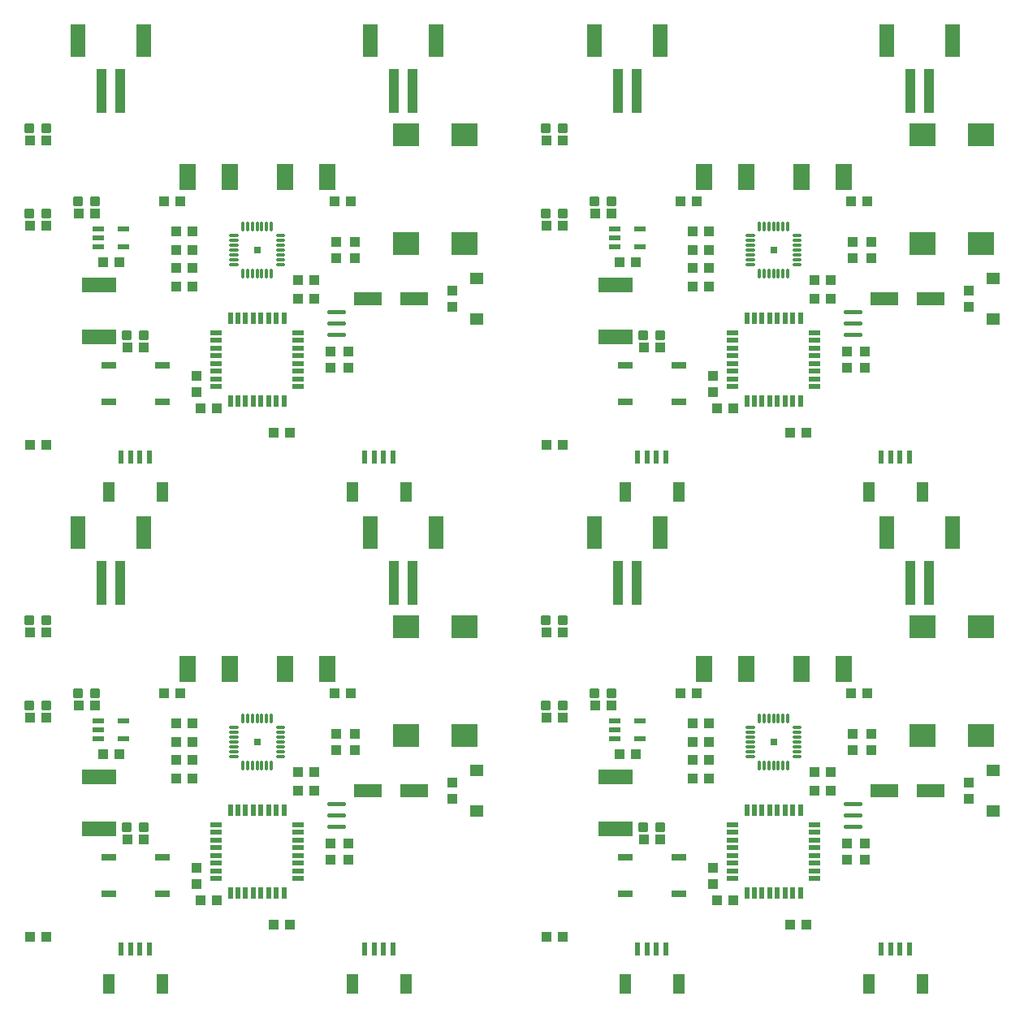
<source format=gtp>
G75*
%MOIN*%
%OFA0B0*%
%FSLAX25Y25*%
%IPPOS*%
%LPD*%
%AMOC8*
5,1,8,0,0,1.08239X$1,22.5*
%
%ADD10R,0.03937X0.04331*%
%ADD11R,0.07087X0.10630*%
%ADD12R,0.04331X0.03937*%
%ADD13R,0.05787X0.05000*%
%ADD14R,0.11024X0.09449*%
%ADD15R,0.11811X0.05512*%
%ADD16C,0.01181*%
%ADD17R,0.02700X0.02700*%
%ADD18R,0.04724X0.07874*%
%ADD19R,0.02362X0.05315*%
%ADD20C,0.01772*%
%ADD21R,0.05000X0.02200*%
%ADD22R,0.02200X0.05000*%
%ADD23R,0.06000X0.03000*%
%ADD24R,0.03937X0.18110*%
%ADD25R,0.06299X0.13386*%
%ADD26R,0.04724X0.02165*%
%ADD27R,0.14173X0.06299*%
D10*
X0113750Y0075154D03*
X0113750Y0081846D03*
X0168750Y0085154D03*
X0168750Y0091846D03*
X0176250Y0091846D03*
X0176250Y0085154D03*
X0218750Y0110154D03*
X0218750Y0116846D03*
X0178750Y0130154D03*
X0178750Y0136846D03*
X0171250Y0136846D03*
X0171250Y0130154D03*
X0325750Y0081846D03*
X0325750Y0075154D03*
X0380750Y0085154D03*
X0388250Y0085154D03*
X0388250Y0091846D03*
X0380750Y0091846D03*
X0383250Y0130154D03*
X0383250Y0136846D03*
X0390750Y0136846D03*
X0390750Y0130154D03*
X0430750Y0116846D03*
X0430750Y0110154D03*
X0325750Y0277154D03*
X0325750Y0283846D03*
X0380750Y0287154D03*
X0388250Y0287154D03*
X0388250Y0293846D03*
X0380750Y0293846D03*
X0383250Y0332154D03*
X0383250Y0338846D03*
X0390750Y0338846D03*
X0390750Y0332154D03*
X0430750Y0318846D03*
X0430750Y0312154D03*
X0218750Y0312154D03*
X0218750Y0318846D03*
X0178750Y0332154D03*
X0178750Y0338846D03*
X0171250Y0338846D03*
X0171250Y0332154D03*
X0168750Y0293846D03*
X0168750Y0287154D03*
X0176250Y0287154D03*
X0176250Y0293846D03*
X0113750Y0283846D03*
X0113750Y0277154D03*
D11*
X0110089Y0365500D03*
X0127411Y0365500D03*
X0150089Y0365500D03*
X0167411Y0365500D03*
X0322089Y0365500D03*
X0339411Y0365500D03*
X0362089Y0365500D03*
X0379411Y0365500D03*
X0379411Y0163500D03*
X0362089Y0163500D03*
X0339411Y0163500D03*
X0322089Y0163500D03*
X0167411Y0163500D03*
X0150089Y0163500D03*
X0127411Y0163500D03*
X0110089Y0163500D03*
D12*
X0045404Y0053500D03*
X0052096Y0053500D03*
X0085404Y0093500D03*
X0092096Y0093500D03*
X0105404Y0118500D03*
X0112096Y0118500D03*
X0112096Y0126000D03*
X0105404Y0126000D03*
X0105404Y0133500D03*
X0112096Y0133500D03*
X0112096Y0141000D03*
X0105404Y0141000D03*
X0107096Y0153500D03*
X0100404Y0153500D03*
X0072096Y0148500D03*
X0065404Y0148500D03*
X0052096Y0143500D03*
X0045404Y0143500D03*
X0075404Y0128500D03*
X0082096Y0128500D03*
X0052096Y0178500D03*
X0045404Y0178500D03*
X0045404Y0255500D03*
X0052096Y0255500D03*
X0085404Y0295500D03*
X0092096Y0295500D03*
X0105404Y0320500D03*
X0112096Y0320500D03*
X0112096Y0328000D03*
X0105404Y0328000D03*
X0105404Y0335500D03*
X0112096Y0335500D03*
X0112096Y0343000D03*
X0105404Y0343000D03*
X0107096Y0355500D03*
X0100404Y0355500D03*
X0072096Y0350500D03*
X0065404Y0350500D03*
X0052096Y0345500D03*
X0045404Y0345500D03*
X0075404Y0330500D03*
X0082096Y0330500D03*
X0052096Y0380500D03*
X0045404Y0380500D03*
X0155404Y0323000D03*
X0162096Y0323000D03*
X0162096Y0315500D03*
X0155404Y0315500D03*
X0170404Y0355500D03*
X0177096Y0355500D03*
X0257404Y0345500D03*
X0264096Y0345500D03*
X0277404Y0350500D03*
X0284096Y0350500D03*
X0287404Y0330500D03*
X0294096Y0330500D03*
X0317404Y0328000D03*
X0324096Y0328000D03*
X0324096Y0320500D03*
X0317404Y0320500D03*
X0317404Y0335500D03*
X0324096Y0335500D03*
X0324096Y0343000D03*
X0317404Y0343000D03*
X0319096Y0355500D03*
X0312404Y0355500D03*
X0264096Y0380500D03*
X0257404Y0380500D03*
X0297404Y0295500D03*
X0304096Y0295500D03*
X0327404Y0270500D03*
X0334096Y0270500D03*
X0357404Y0260500D03*
X0364096Y0260500D03*
X0367404Y0315500D03*
X0374096Y0315500D03*
X0374096Y0323000D03*
X0367404Y0323000D03*
X0382404Y0355500D03*
X0389096Y0355500D03*
X0264096Y0255500D03*
X0257404Y0255500D03*
X0257404Y0178500D03*
X0264096Y0178500D03*
X0277404Y0148500D03*
X0284096Y0148500D03*
X0264096Y0143500D03*
X0257404Y0143500D03*
X0287404Y0128500D03*
X0294096Y0128500D03*
X0317404Y0126000D03*
X0324096Y0126000D03*
X0324096Y0118500D03*
X0317404Y0118500D03*
X0317404Y0133500D03*
X0324096Y0133500D03*
X0324096Y0141000D03*
X0317404Y0141000D03*
X0319096Y0153500D03*
X0312404Y0153500D03*
X0367404Y0121000D03*
X0374096Y0121000D03*
X0374096Y0113500D03*
X0367404Y0113500D03*
X0382404Y0153500D03*
X0389096Y0153500D03*
X0304096Y0093500D03*
X0297404Y0093500D03*
X0327404Y0068500D03*
X0334096Y0068500D03*
X0357404Y0058500D03*
X0364096Y0058500D03*
X0264096Y0053500D03*
X0257404Y0053500D03*
X0162096Y0113500D03*
X0155404Y0113500D03*
X0155404Y0121000D03*
X0162096Y0121000D03*
X0170404Y0153500D03*
X0177096Y0153500D03*
X0122096Y0068500D03*
X0115404Y0068500D03*
X0145404Y0058500D03*
X0152096Y0058500D03*
X0152096Y0260500D03*
X0145404Y0260500D03*
X0122096Y0270500D03*
X0115404Y0270500D03*
D13*
X0228750Y0307035D03*
X0228750Y0323965D03*
X0440750Y0323965D03*
X0440750Y0307035D03*
X0440750Y0121965D03*
X0440750Y0105035D03*
X0228750Y0105035D03*
X0228750Y0121965D03*
D14*
X0223750Y0136059D03*
X0199734Y0136059D03*
X0199734Y0180941D03*
X0223750Y0180941D03*
X0223750Y0338059D03*
X0199734Y0338059D03*
X0199734Y0382941D03*
X0223750Y0382941D03*
X0411734Y0382941D03*
X0435750Y0382941D03*
X0435750Y0338059D03*
X0411734Y0338059D03*
X0411734Y0180941D03*
X0435750Y0180941D03*
X0435750Y0136059D03*
X0411734Y0136059D03*
D15*
X0415199Y0113500D03*
X0396301Y0113500D03*
X0203199Y0113500D03*
X0184301Y0113500D03*
X0184301Y0315500D03*
X0203199Y0315500D03*
X0396301Y0315500D03*
X0415199Y0315500D03*
D16*
X0359096Y0329594D02*
X0359096Y0329594D01*
X0361616Y0329594D01*
X0361616Y0329594D01*
X0359096Y0329594D01*
X0359096Y0331563D02*
X0359096Y0331563D01*
X0361616Y0331563D01*
X0361616Y0331563D01*
X0359096Y0331563D01*
X0359096Y0333531D02*
X0359096Y0333531D01*
X0361616Y0333531D01*
X0361616Y0333531D01*
X0359096Y0333531D01*
X0359096Y0335500D02*
X0359096Y0335500D01*
X0361616Y0335500D01*
X0361616Y0335500D01*
X0359096Y0335500D01*
X0359096Y0337469D02*
X0359096Y0337469D01*
X0361616Y0337469D01*
X0361616Y0337469D01*
X0359096Y0337469D01*
X0359096Y0339437D02*
X0359096Y0339437D01*
X0361616Y0339437D01*
X0361616Y0339437D01*
X0359096Y0339437D01*
X0359096Y0341406D02*
X0359096Y0341406D01*
X0361616Y0341406D01*
X0361616Y0341406D01*
X0359096Y0341406D01*
X0356656Y0343846D02*
X0356656Y0343846D01*
X0356656Y0346366D01*
X0356656Y0346366D01*
X0356656Y0343846D01*
X0356656Y0344968D02*
X0356656Y0344968D01*
X0356656Y0346090D02*
X0356656Y0346090D01*
X0354687Y0343846D02*
X0354687Y0343846D01*
X0354687Y0346366D01*
X0354687Y0346366D01*
X0354687Y0343846D01*
X0354687Y0344968D02*
X0354687Y0344968D01*
X0354687Y0346090D02*
X0354687Y0346090D01*
X0352719Y0343846D02*
X0352719Y0343846D01*
X0352719Y0346366D01*
X0352719Y0346366D01*
X0352719Y0343846D01*
X0352719Y0344968D02*
X0352719Y0344968D01*
X0352719Y0346090D02*
X0352719Y0346090D01*
X0350750Y0343846D02*
X0350750Y0343846D01*
X0350750Y0346366D01*
X0350750Y0346366D01*
X0350750Y0343846D01*
X0350750Y0344968D02*
X0350750Y0344968D01*
X0350750Y0346090D02*
X0350750Y0346090D01*
X0348781Y0343846D02*
X0348781Y0343846D01*
X0348781Y0346366D01*
X0348781Y0346366D01*
X0348781Y0343846D01*
X0348781Y0344968D02*
X0348781Y0344968D01*
X0348781Y0346090D02*
X0348781Y0346090D01*
X0346813Y0343846D02*
X0346813Y0343846D01*
X0346813Y0346366D01*
X0346813Y0346366D01*
X0346813Y0343846D01*
X0346813Y0344968D02*
X0346813Y0344968D01*
X0346813Y0346090D02*
X0346813Y0346090D01*
X0344844Y0343846D02*
X0344844Y0343846D01*
X0344844Y0346366D01*
X0344844Y0346366D01*
X0344844Y0343846D01*
X0344844Y0344968D02*
X0344844Y0344968D01*
X0344844Y0346090D02*
X0344844Y0346090D01*
X0342404Y0341406D02*
X0342404Y0341406D01*
X0339884Y0341406D01*
X0339884Y0341406D01*
X0342404Y0341406D01*
X0342404Y0339437D02*
X0342404Y0339437D01*
X0339884Y0339437D01*
X0339884Y0339437D01*
X0342404Y0339437D01*
X0342404Y0337469D02*
X0342404Y0337469D01*
X0339884Y0337469D01*
X0339884Y0337469D01*
X0342404Y0337469D01*
X0342404Y0335500D02*
X0342404Y0335500D01*
X0339884Y0335500D01*
X0339884Y0335500D01*
X0342404Y0335500D01*
X0342404Y0333531D02*
X0342404Y0333531D01*
X0339884Y0333531D01*
X0339884Y0333531D01*
X0342404Y0333531D01*
X0342404Y0331563D02*
X0342404Y0331563D01*
X0339884Y0331563D01*
X0339884Y0331563D01*
X0342404Y0331563D01*
X0342404Y0329594D02*
X0342404Y0329594D01*
X0339884Y0329594D01*
X0339884Y0329594D01*
X0342404Y0329594D01*
X0344844Y0327154D02*
X0344844Y0327154D01*
X0344844Y0324634D01*
X0344844Y0324634D01*
X0344844Y0327154D01*
X0344844Y0325756D02*
X0344844Y0325756D01*
X0344844Y0326878D02*
X0344844Y0326878D01*
X0346813Y0327154D02*
X0346813Y0327154D01*
X0346813Y0324634D01*
X0346813Y0324634D01*
X0346813Y0327154D01*
X0346813Y0325756D02*
X0346813Y0325756D01*
X0346813Y0326878D02*
X0346813Y0326878D01*
X0348781Y0327154D02*
X0348781Y0327154D01*
X0348781Y0324634D01*
X0348781Y0324634D01*
X0348781Y0327154D01*
X0348781Y0325756D02*
X0348781Y0325756D01*
X0348781Y0326878D02*
X0348781Y0326878D01*
X0350750Y0327154D02*
X0350750Y0327154D01*
X0350750Y0324634D01*
X0350750Y0324634D01*
X0350750Y0327154D01*
X0350750Y0325756D02*
X0350750Y0325756D01*
X0350750Y0326878D02*
X0350750Y0326878D01*
X0352719Y0327154D02*
X0352719Y0327154D01*
X0352719Y0324634D01*
X0352719Y0324634D01*
X0352719Y0327154D01*
X0352719Y0325756D02*
X0352719Y0325756D01*
X0352719Y0326878D02*
X0352719Y0326878D01*
X0354687Y0327154D02*
X0354687Y0327154D01*
X0354687Y0324634D01*
X0354687Y0324634D01*
X0354687Y0327154D01*
X0354687Y0325756D02*
X0354687Y0325756D01*
X0354687Y0326878D02*
X0354687Y0326878D01*
X0356656Y0327154D02*
X0356656Y0327154D01*
X0356656Y0324634D01*
X0356656Y0324634D01*
X0356656Y0327154D01*
X0356656Y0325756D02*
X0356656Y0325756D01*
X0356656Y0326878D02*
X0356656Y0326878D01*
X0302825Y0301878D02*
X0302825Y0299122D01*
X0302825Y0301878D02*
X0305581Y0301878D01*
X0305581Y0299122D01*
X0302825Y0299122D01*
X0302825Y0300244D02*
X0305581Y0300244D01*
X0305581Y0301366D02*
X0302825Y0301366D01*
X0295919Y0301878D02*
X0295919Y0299122D01*
X0295919Y0301878D02*
X0298675Y0301878D01*
X0298675Y0299122D01*
X0295919Y0299122D01*
X0295919Y0300244D02*
X0298675Y0300244D01*
X0298675Y0301366D02*
X0295919Y0301366D01*
X0262825Y0349122D02*
X0262825Y0351878D01*
X0265581Y0351878D01*
X0265581Y0349122D01*
X0262825Y0349122D01*
X0262825Y0350244D02*
X0265581Y0350244D01*
X0265581Y0351366D02*
X0262825Y0351366D01*
X0255919Y0351878D02*
X0255919Y0349122D01*
X0255919Y0351878D02*
X0258675Y0351878D01*
X0258675Y0349122D01*
X0255919Y0349122D01*
X0255919Y0350244D02*
X0258675Y0350244D01*
X0258675Y0351366D02*
X0255919Y0351366D01*
X0275919Y0354122D02*
X0275919Y0356878D01*
X0278675Y0356878D01*
X0278675Y0354122D01*
X0275919Y0354122D01*
X0275919Y0355244D02*
X0278675Y0355244D01*
X0278675Y0356366D02*
X0275919Y0356366D01*
X0282825Y0356878D02*
X0282825Y0354122D01*
X0282825Y0356878D02*
X0285581Y0356878D01*
X0285581Y0354122D01*
X0282825Y0354122D01*
X0282825Y0355244D02*
X0285581Y0355244D01*
X0285581Y0356366D02*
X0282825Y0356366D01*
X0265581Y0384122D02*
X0265581Y0386878D01*
X0265581Y0384122D02*
X0262825Y0384122D01*
X0262825Y0386878D01*
X0265581Y0386878D01*
X0265581Y0385244D02*
X0262825Y0385244D01*
X0262825Y0386366D02*
X0265581Y0386366D01*
X0258675Y0386878D02*
X0258675Y0384122D01*
X0255919Y0384122D01*
X0255919Y0386878D01*
X0258675Y0386878D01*
X0258675Y0385244D02*
X0255919Y0385244D01*
X0255919Y0386366D02*
X0258675Y0386366D01*
X0147096Y0341406D02*
X0147096Y0341406D01*
X0149616Y0341406D01*
X0149616Y0341406D01*
X0147096Y0341406D01*
X0147096Y0339437D02*
X0147096Y0339437D01*
X0149616Y0339437D01*
X0149616Y0339437D01*
X0147096Y0339437D01*
X0147096Y0337469D02*
X0147096Y0337469D01*
X0149616Y0337469D01*
X0149616Y0337469D01*
X0147096Y0337469D01*
X0147096Y0335500D02*
X0147096Y0335500D01*
X0149616Y0335500D01*
X0149616Y0335500D01*
X0147096Y0335500D01*
X0147096Y0333531D02*
X0147096Y0333531D01*
X0149616Y0333531D01*
X0149616Y0333531D01*
X0147096Y0333531D01*
X0147096Y0331563D02*
X0147096Y0331563D01*
X0149616Y0331563D01*
X0149616Y0331563D01*
X0147096Y0331563D01*
X0147096Y0329594D02*
X0147096Y0329594D01*
X0149616Y0329594D01*
X0149616Y0329594D01*
X0147096Y0329594D01*
X0144656Y0327154D02*
X0144656Y0327154D01*
X0144656Y0324634D01*
X0144656Y0324634D01*
X0144656Y0327154D01*
X0144656Y0325756D02*
X0144656Y0325756D01*
X0144656Y0326878D02*
X0144656Y0326878D01*
X0142687Y0327154D02*
X0142687Y0327154D01*
X0142687Y0324634D01*
X0142687Y0324634D01*
X0142687Y0327154D01*
X0142687Y0325756D02*
X0142687Y0325756D01*
X0142687Y0326878D02*
X0142687Y0326878D01*
X0140719Y0327154D02*
X0140719Y0327154D01*
X0140719Y0324634D01*
X0140719Y0324634D01*
X0140719Y0327154D01*
X0140719Y0325756D02*
X0140719Y0325756D01*
X0140719Y0326878D02*
X0140719Y0326878D01*
X0138750Y0327154D02*
X0138750Y0327154D01*
X0138750Y0324634D01*
X0138750Y0324634D01*
X0138750Y0327154D01*
X0138750Y0325756D02*
X0138750Y0325756D01*
X0138750Y0326878D02*
X0138750Y0326878D01*
X0136781Y0327154D02*
X0136781Y0327154D01*
X0136781Y0324634D01*
X0136781Y0324634D01*
X0136781Y0327154D01*
X0136781Y0325756D02*
X0136781Y0325756D01*
X0136781Y0326878D02*
X0136781Y0326878D01*
X0134813Y0327154D02*
X0134813Y0327154D01*
X0134813Y0324634D01*
X0134813Y0324634D01*
X0134813Y0327154D01*
X0134813Y0325756D02*
X0134813Y0325756D01*
X0134813Y0326878D02*
X0134813Y0326878D01*
X0132844Y0327154D02*
X0132844Y0327154D01*
X0132844Y0324634D01*
X0132844Y0324634D01*
X0132844Y0327154D01*
X0132844Y0325756D02*
X0132844Y0325756D01*
X0132844Y0326878D02*
X0132844Y0326878D01*
X0130404Y0329594D02*
X0130404Y0329594D01*
X0127884Y0329594D01*
X0127884Y0329594D01*
X0130404Y0329594D01*
X0130404Y0331563D02*
X0130404Y0331563D01*
X0127884Y0331563D01*
X0127884Y0331563D01*
X0130404Y0331563D01*
X0130404Y0333531D02*
X0130404Y0333531D01*
X0127884Y0333531D01*
X0127884Y0333531D01*
X0130404Y0333531D01*
X0130404Y0335500D02*
X0130404Y0335500D01*
X0127884Y0335500D01*
X0127884Y0335500D01*
X0130404Y0335500D01*
X0130404Y0337469D02*
X0130404Y0337469D01*
X0127884Y0337469D01*
X0127884Y0337469D01*
X0130404Y0337469D01*
X0130404Y0339437D02*
X0130404Y0339437D01*
X0127884Y0339437D01*
X0127884Y0339437D01*
X0130404Y0339437D01*
X0130404Y0341406D02*
X0130404Y0341406D01*
X0127884Y0341406D01*
X0127884Y0341406D01*
X0130404Y0341406D01*
X0132844Y0343846D02*
X0132844Y0343846D01*
X0132844Y0346366D01*
X0132844Y0346366D01*
X0132844Y0343846D01*
X0132844Y0344968D02*
X0132844Y0344968D01*
X0132844Y0346090D02*
X0132844Y0346090D01*
X0134813Y0343846D02*
X0134813Y0343846D01*
X0134813Y0346366D01*
X0134813Y0346366D01*
X0134813Y0343846D01*
X0134813Y0344968D02*
X0134813Y0344968D01*
X0134813Y0346090D02*
X0134813Y0346090D01*
X0136781Y0343846D02*
X0136781Y0343846D01*
X0136781Y0346366D01*
X0136781Y0346366D01*
X0136781Y0343846D01*
X0136781Y0344968D02*
X0136781Y0344968D01*
X0136781Y0346090D02*
X0136781Y0346090D01*
X0138750Y0343846D02*
X0138750Y0343846D01*
X0138750Y0346366D01*
X0138750Y0346366D01*
X0138750Y0343846D01*
X0138750Y0344968D02*
X0138750Y0344968D01*
X0138750Y0346090D02*
X0138750Y0346090D01*
X0140719Y0343846D02*
X0140719Y0343846D01*
X0140719Y0346366D01*
X0140719Y0346366D01*
X0140719Y0343846D01*
X0140719Y0344968D02*
X0140719Y0344968D01*
X0140719Y0346090D02*
X0140719Y0346090D01*
X0142687Y0343846D02*
X0142687Y0343846D01*
X0142687Y0346366D01*
X0142687Y0346366D01*
X0142687Y0343846D01*
X0142687Y0344968D02*
X0142687Y0344968D01*
X0142687Y0346090D02*
X0142687Y0346090D01*
X0144656Y0343846D02*
X0144656Y0343846D01*
X0144656Y0346366D01*
X0144656Y0346366D01*
X0144656Y0343846D01*
X0144656Y0344968D02*
X0144656Y0344968D01*
X0144656Y0346090D02*
X0144656Y0346090D01*
X0090825Y0301878D02*
X0090825Y0299122D01*
X0090825Y0301878D02*
X0093581Y0301878D01*
X0093581Y0299122D01*
X0090825Y0299122D01*
X0090825Y0300244D02*
X0093581Y0300244D01*
X0093581Y0301366D02*
X0090825Y0301366D01*
X0083919Y0301878D02*
X0083919Y0299122D01*
X0083919Y0301878D02*
X0086675Y0301878D01*
X0086675Y0299122D01*
X0083919Y0299122D01*
X0083919Y0300244D02*
X0086675Y0300244D01*
X0086675Y0301366D02*
X0083919Y0301366D01*
X0050825Y0349122D02*
X0050825Y0351878D01*
X0053581Y0351878D01*
X0053581Y0349122D01*
X0050825Y0349122D01*
X0050825Y0350244D02*
X0053581Y0350244D01*
X0053581Y0351366D02*
X0050825Y0351366D01*
X0043919Y0351878D02*
X0043919Y0349122D01*
X0043919Y0351878D02*
X0046675Y0351878D01*
X0046675Y0349122D01*
X0043919Y0349122D01*
X0043919Y0350244D02*
X0046675Y0350244D01*
X0046675Y0351366D02*
X0043919Y0351366D01*
X0063919Y0354122D02*
X0063919Y0356878D01*
X0066675Y0356878D01*
X0066675Y0354122D01*
X0063919Y0354122D01*
X0063919Y0355244D02*
X0066675Y0355244D01*
X0066675Y0356366D02*
X0063919Y0356366D01*
X0070825Y0356878D02*
X0070825Y0354122D01*
X0070825Y0356878D02*
X0073581Y0356878D01*
X0073581Y0354122D01*
X0070825Y0354122D01*
X0070825Y0355244D02*
X0073581Y0355244D01*
X0073581Y0356366D02*
X0070825Y0356366D01*
X0053581Y0384122D02*
X0053581Y0386878D01*
X0053581Y0384122D02*
X0050825Y0384122D01*
X0050825Y0386878D01*
X0053581Y0386878D01*
X0053581Y0385244D02*
X0050825Y0385244D01*
X0050825Y0386366D02*
X0053581Y0386366D01*
X0046675Y0386878D02*
X0046675Y0384122D01*
X0043919Y0384122D01*
X0043919Y0386878D01*
X0046675Y0386878D01*
X0046675Y0385244D02*
X0043919Y0385244D01*
X0043919Y0386366D02*
X0046675Y0386366D01*
X0046675Y0184878D02*
X0046675Y0182122D01*
X0043919Y0182122D01*
X0043919Y0184878D01*
X0046675Y0184878D01*
X0046675Y0183244D02*
X0043919Y0183244D01*
X0043919Y0184366D02*
X0046675Y0184366D01*
X0053581Y0184878D02*
X0053581Y0182122D01*
X0050825Y0182122D01*
X0050825Y0184878D01*
X0053581Y0184878D01*
X0053581Y0183244D02*
X0050825Y0183244D01*
X0050825Y0184366D02*
X0053581Y0184366D01*
X0063919Y0154878D02*
X0063919Y0152122D01*
X0063919Y0154878D02*
X0066675Y0154878D01*
X0066675Y0152122D01*
X0063919Y0152122D01*
X0063919Y0153244D02*
X0066675Y0153244D01*
X0066675Y0154366D02*
X0063919Y0154366D01*
X0070825Y0154878D02*
X0070825Y0152122D01*
X0070825Y0154878D02*
X0073581Y0154878D01*
X0073581Y0152122D01*
X0070825Y0152122D01*
X0070825Y0153244D02*
X0073581Y0153244D01*
X0073581Y0154366D02*
X0070825Y0154366D01*
X0050825Y0149878D02*
X0050825Y0147122D01*
X0050825Y0149878D02*
X0053581Y0149878D01*
X0053581Y0147122D01*
X0050825Y0147122D01*
X0050825Y0148244D02*
X0053581Y0148244D01*
X0053581Y0149366D02*
X0050825Y0149366D01*
X0043919Y0149878D02*
X0043919Y0147122D01*
X0043919Y0149878D02*
X0046675Y0149878D01*
X0046675Y0147122D01*
X0043919Y0147122D01*
X0043919Y0148244D02*
X0046675Y0148244D01*
X0046675Y0149366D02*
X0043919Y0149366D01*
X0083919Y0099878D02*
X0083919Y0097122D01*
X0083919Y0099878D02*
X0086675Y0099878D01*
X0086675Y0097122D01*
X0083919Y0097122D01*
X0083919Y0098244D02*
X0086675Y0098244D01*
X0086675Y0099366D02*
X0083919Y0099366D01*
X0090825Y0099878D02*
X0090825Y0097122D01*
X0090825Y0099878D02*
X0093581Y0099878D01*
X0093581Y0097122D01*
X0090825Y0097122D01*
X0090825Y0098244D02*
X0093581Y0098244D01*
X0093581Y0099366D02*
X0090825Y0099366D01*
X0130404Y0127594D02*
X0130404Y0127594D01*
X0127884Y0127594D01*
X0127884Y0127594D01*
X0130404Y0127594D01*
X0130404Y0129563D02*
X0130404Y0129563D01*
X0127884Y0129563D01*
X0127884Y0129563D01*
X0130404Y0129563D01*
X0130404Y0131531D02*
X0130404Y0131531D01*
X0127884Y0131531D01*
X0127884Y0131531D01*
X0130404Y0131531D01*
X0130404Y0133500D02*
X0130404Y0133500D01*
X0127884Y0133500D01*
X0127884Y0133500D01*
X0130404Y0133500D01*
X0130404Y0135469D02*
X0130404Y0135469D01*
X0127884Y0135469D01*
X0127884Y0135469D01*
X0130404Y0135469D01*
X0130404Y0137437D02*
X0130404Y0137437D01*
X0127884Y0137437D01*
X0127884Y0137437D01*
X0130404Y0137437D01*
X0130404Y0139406D02*
X0130404Y0139406D01*
X0127884Y0139406D01*
X0127884Y0139406D01*
X0130404Y0139406D01*
X0132844Y0141846D02*
X0132844Y0141846D01*
X0132844Y0144366D01*
X0132844Y0144366D01*
X0132844Y0141846D01*
X0132844Y0142968D02*
X0132844Y0142968D01*
X0132844Y0144090D02*
X0132844Y0144090D01*
X0134813Y0141846D02*
X0134813Y0141846D01*
X0134813Y0144366D01*
X0134813Y0144366D01*
X0134813Y0141846D01*
X0134813Y0142968D02*
X0134813Y0142968D01*
X0134813Y0144090D02*
X0134813Y0144090D01*
X0136781Y0141846D02*
X0136781Y0141846D01*
X0136781Y0144366D01*
X0136781Y0144366D01*
X0136781Y0141846D01*
X0136781Y0142968D02*
X0136781Y0142968D01*
X0136781Y0144090D02*
X0136781Y0144090D01*
X0138750Y0141846D02*
X0138750Y0141846D01*
X0138750Y0144366D01*
X0138750Y0144366D01*
X0138750Y0141846D01*
X0138750Y0142968D02*
X0138750Y0142968D01*
X0138750Y0144090D02*
X0138750Y0144090D01*
X0140719Y0141846D02*
X0140719Y0141846D01*
X0140719Y0144366D01*
X0140719Y0144366D01*
X0140719Y0141846D01*
X0140719Y0142968D02*
X0140719Y0142968D01*
X0140719Y0144090D02*
X0140719Y0144090D01*
X0142687Y0141846D02*
X0142687Y0141846D01*
X0142687Y0144366D01*
X0142687Y0144366D01*
X0142687Y0141846D01*
X0142687Y0142968D02*
X0142687Y0142968D01*
X0142687Y0144090D02*
X0142687Y0144090D01*
X0144656Y0141846D02*
X0144656Y0141846D01*
X0144656Y0144366D01*
X0144656Y0144366D01*
X0144656Y0141846D01*
X0144656Y0142968D02*
X0144656Y0142968D01*
X0144656Y0144090D02*
X0144656Y0144090D01*
X0147096Y0139406D02*
X0147096Y0139406D01*
X0149616Y0139406D01*
X0149616Y0139406D01*
X0147096Y0139406D01*
X0147096Y0137437D02*
X0147096Y0137437D01*
X0149616Y0137437D01*
X0149616Y0137437D01*
X0147096Y0137437D01*
X0147096Y0135469D02*
X0147096Y0135469D01*
X0149616Y0135469D01*
X0149616Y0135469D01*
X0147096Y0135469D01*
X0147096Y0133500D02*
X0147096Y0133500D01*
X0149616Y0133500D01*
X0149616Y0133500D01*
X0147096Y0133500D01*
X0147096Y0131531D02*
X0147096Y0131531D01*
X0149616Y0131531D01*
X0149616Y0131531D01*
X0147096Y0131531D01*
X0147096Y0129563D02*
X0147096Y0129563D01*
X0149616Y0129563D01*
X0149616Y0129563D01*
X0147096Y0129563D01*
X0147096Y0127594D02*
X0147096Y0127594D01*
X0149616Y0127594D01*
X0149616Y0127594D01*
X0147096Y0127594D01*
X0144656Y0125154D02*
X0144656Y0125154D01*
X0144656Y0122634D01*
X0144656Y0122634D01*
X0144656Y0125154D01*
X0144656Y0123756D02*
X0144656Y0123756D01*
X0144656Y0124878D02*
X0144656Y0124878D01*
X0142687Y0125154D02*
X0142687Y0125154D01*
X0142687Y0122634D01*
X0142687Y0122634D01*
X0142687Y0125154D01*
X0142687Y0123756D02*
X0142687Y0123756D01*
X0142687Y0124878D02*
X0142687Y0124878D01*
X0140719Y0125154D02*
X0140719Y0125154D01*
X0140719Y0122634D01*
X0140719Y0122634D01*
X0140719Y0125154D01*
X0140719Y0123756D02*
X0140719Y0123756D01*
X0140719Y0124878D02*
X0140719Y0124878D01*
X0138750Y0125154D02*
X0138750Y0125154D01*
X0138750Y0122634D01*
X0138750Y0122634D01*
X0138750Y0125154D01*
X0138750Y0123756D02*
X0138750Y0123756D01*
X0138750Y0124878D02*
X0138750Y0124878D01*
X0136781Y0125154D02*
X0136781Y0125154D01*
X0136781Y0122634D01*
X0136781Y0122634D01*
X0136781Y0125154D01*
X0136781Y0123756D02*
X0136781Y0123756D01*
X0136781Y0124878D02*
X0136781Y0124878D01*
X0134813Y0125154D02*
X0134813Y0125154D01*
X0134813Y0122634D01*
X0134813Y0122634D01*
X0134813Y0125154D01*
X0134813Y0123756D02*
X0134813Y0123756D01*
X0134813Y0124878D02*
X0134813Y0124878D01*
X0132844Y0125154D02*
X0132844Y0125154D01*
X0132844Y0122634D01*
X0132844Y0122634D01*
X0132844Y0125154D01*
X0132844Y0123756D02*
X0132844Y0123756D01*
X0132844Y0124878D02*
X0132844Y0124878D01*
X0255919Y0147122D02*
X0255919Y0149878D01*
X0258675Y0149878D01*
X0258675Y0147122D01*
X0255919Y0147122D01*
X0255919Y0148244D02*
X0258675Y0148244D01*
X0258675Y0149366D02*
X0255919Y0149366D01*
X0262825Y0149878D02*
X0262825Y0147122D01*
X0262825Y0149878D02*
X0265581Y0149878D01*
X0265581Y0147122D01*
X0262825Y0147122D01*
X0262825Y0148244D02*
X0265581Y0148244D01*
X0265581Y0149366D02*
X0262825Y0149366D01*
X0275919Y0152122D02*
X0275919Y0154878D01*
X0278675Y0154878D01*
X0278675Y0152122D01*
X0275919Y0152122D01*
X0275919Y0153244D02*
X0278675Y0153244D01*
X0278675Y0154366D02*
X0275919Y0154366D01*
X0282825Y0154878D02*
X0282825Y0152122D01*
X0282825Y0154878D02*
X0285581Y0154878D01*
X0285581Y0152122D01*
X0282825Y0152122D01*
X0282825Y0153244D02*
X0285581Y0153244D01*
X0285581Y0154366D02*
X0282825Y0154366D01*
X0265581Y0182122D02*
X0265581Y0184878D01*
X0265581Y0182122D02*
X0262825Y0182122D01*
X0262825Y0184878D01*
X0265581Y0184878D01*
X0265581Y0183244D02*
X0262825Y0183244D01*
X0262825Y0184366D02*
X0265581Y0184366D01*
X0258675Y0184878D02*
X0258675Y0182122D01*
X0255919Y0182122D01*
X0255919Y0184878D01*
X0258675Y0184878D01*
X0258675Y0183244D02*
X0255919Y0183244D01*
X0255919Y0184366D02*
X0258675Y0184366D01*
X0342404Y0139406D02*
X0342404Y0139406D01*
X0339884Y0139406D01*
X0339884Y0139406D01*
X0342404Y0139406D01*
X0342404Y0137437D02*
X0342404Y0137437D01*
X0339884Y0137437D01*
X0339884Y0137437D01*
X0342404Y0137437D01*
X0342404Y0135469D02*
X0342404Y0135469D01*
X0339884Y0135469D01*
X0339884Y0135469D01*
X0342404Y0135469D01*
X0342404Y0133500D02*
X0342404Y0133500D01*
X0339884Y0133500D01*
X0339884Y0133500D01*
X0342404Y0133500D01*
X0342404Y0131531D02*
X0342404Y0131531D01*
X0339884Y0131531D01*
X0339884Y0131531D01*
X0342404Y0131531D01*
X0342404Y0129563D02*
X0342404Y0129563D01*
X0339884Y0129563D01*
X0339884Y0129563D01*
X0342404Y0129563D01*
X0342404Y0127594D02*
X0342404Y0127594D01*
X0339884Y0127594D01*
X0339884Y0127594D01*
X0342404Y0127594D01*
X0344844Y0125154D02*
X0344844Y0125154D01*
X0344844Y0122634D01*
X0344844Y0122634D01*
X0344844Y0125154D01*
X0344844Y0123756D02*
X0344844Y0123756D01*
X0344844Y0124878D02*
X0344844Y0124878D01*
X0346813Y0125154D02*
X0346813Y0125154D01*
X0346813Y0122634D01*
X0346813Y0122634D01*
X0346813Y0125154D01*
X0346813Y0123756D02*
X0346813Y0123756D01*
X0346813Y0124878D02*
X0346813Y0124878D01*
X0348781Y0125154D02*
X0348781Y0125154D01*
X0348781Y0122634D01*
X0348781Y0122634D01*
X0348781Y0125154D01*
X0348781Y0123756D02*
X0348781Y0123756D01*
X0348781Y0124878D02*
X0348781Y0124878D01*
X0350750Y0125154D02*
X0350750Y0125154D01*
X0350750Y0122634D01*
X0350750Y0122634D01*
X0350750Y0125154D01*
X0350750Y0123756D02*
X0350750Y0123756D01*
X0350750Y0124878D02*
X0350750Y0124878D01*
X0352719Y0125154D02*
X0352719Y0125154D01*
X0352719Y0122634D01*
X0352719Y0122634D01*
X0352719Y0125154D01*
X0352719Y0123756D02*
X0352719Y0123756D01*
X0352719Y0124878D02*
X0352719Y0124878D01*
X0354687Y0125154D02*
X0354687Y0125154D01*
X0354687Y0122634D01*
X0354687Y0122634D01*
X0354687Y0125154D01*
X0354687Y0123756D02*
X0354687Y0123756D01*
X0354687Y0124878D02*
X0354687Y0124878D01*
X0356656Y0125154D02*
X0356656Y0125154D01*
X0356656Y0122634D01*
X0356656Y0122634D01*
X0356656Y0125154D01*
X0356656Y0123756D02*
X0356656Y0123756D01*
X0356656Y0124878D02*
X0356656Y0124878D01*
X0359096Y0127594D02*
X0359096Y0127594D01*
X0361616Y0127594D01*
X0361616Y0127594D01*
X0359096Y0127594D01*
X0359096Y0129563D02*
X0359096Y0129563D01*
X0361616Y0129563D01*
X0361616Y0129563D01*
X0359096Y0129563D01*
X0359096Y0131531D02*
X0359096Y0131531D01*
X0361616Y0131531D01*
X0361616Y0131531D01*
X0359096Y0131531D01*
X0359096Y0133500D02*
X0359096Y0133500D01*
X0361616Y0133500D01*
X0361616Y0133500D01*
X0359096Y0133500D01*
X0359096Y0135469D02*
X0359096Y0135469D01*
X0361616Y0135469D01*
X0361616Y0135469D01*
X0359096Y0135469D01*
X0359096Y0137437D02*
X0359096Y0137437D01*
X0361616Y0137437D01*
X0361616Y0137437D01*
X0359096Y0137437D01*
X0359096Y0139406D02*
X0359096Y0139406D01*
X0361616Y0139406D01*
X0361616Y0139406D01*
X0359096Y0139406D01*
X0356656Y0141846D02*
X0356656Y0141846D01*
X0356656Y0144366D01*
X0356656Y0144366D01*
X0356656Y0141846D01*
X0356656Y0142968D02*
X0356656Y0142968D01*
X0356656Y0144090D02*
X0356656Y0144090D01*
X0354687Y0141846D02*
X0354687Y0141846D01*
X0354687Y0144366D01*
X0354687Y0144366D01*
X0354687Y0141846D01*
X0354687Y0142968D02*
X0354687Y0142968D01*
X0354687Y0144090D02*
X0354687Y0144090D01*
X0352719Y0141846D02*
X0352719Y0141846D01*
X0352719Y0144366D01*
X0352719Y0144366D01*
X0352719Y0141846D01*
X0352719Y0142968D02*
X0352719Y0142968D01*
X0352719Y0144090D02*
X0352719Y0144090D01*
X0350750Y0141846D02*
X0350750Y0141846D01*
X0350750Y0144366D01*
X0350750Y0144366D01*
X0350750Y0141846D01*
X0350750Y0142968D02*
X0350750Y0142968D01*
X0350750Y0144090D02*
X0350750Y0144090D01*
X0348781Y0141846D02*
X0348781Y0141846D01*
X0348781Y0144366D01*
X0348781Y0144366D01*
X0348781Y0141846D01*
X0348781Y0142968D02*
X0348781Y0142968D01*
X0348781Y0144090D02*
X0348781Y0144090D01*
X0346813Y0141846D02*
X0346813Y0141846D01*
X0346813Y0144366D01*
X0346813Y0144366D01*
X0346813Y0141846D01*
X0346813Y0142968D02*
X0346813Y0142968D01*
X0346813Y0144090D02*
X0346813Y0144090D01*
X0344844Y0141846D02*
X0344844Y0141846D01*
X0344844Y0144366D01*
X0344844Y0144366D01*
X0344844Y0141846D01*
X0344844Y0142968D02*
X0344844Y0142968D01*
X0344844Y0144090D02*
X0344844Y0144090D01*
X0302825Y0099878D02*
X0302825Y0097122D01*
X0302825Y0099878D02*
X0305581Y0099878D01*
X0305581Y0097122D01*
X0302825Y0097122D01*
X0302825Y0098244D02*
X0305581Y0098244D01*
X0305581Y0099366D02*
X0302825Y0099366D01*
X0295919Y0099878D02*
X0295919Y0097122D01*
X0295919Y0099878D02*
X0298675Y0099878D01*
X0298675Y0097122D01*
X0295919Y0097122D01*
X0295919Y0098244D02*
X0298675Y0098244D01*
X0298675Y0099366D02*
X0295919Y0099366D01*
D17*
X0350750Y0133500D03*
X0138750Y0133500D03*
X0138750Y0335500D03*
X0350750Y0335500D03*
D18*
X0311774Y0236031D03*
X0289726Y0236031D03*
X0199774Y0236031D03*
X0177726Y0236031D03*
X0099774Y0236031D03*
X0077726Y0236031D03*
X0077726Y0034031D03*
X0099774Y0034031D03*
X0177726Y0034031D03*
X0199774Y0034031D03*
X0289726Y0034031D03*
X0311774Y0034031D03*
X0389726Y0034031D03*
X0411774Y0034031D03*
X0411774Y0236031D03*
X0389726Y0236031D03*
D19*
X0394844Y0250500D03*
X0398781Y0250500D03*
X0402719Y0250500D03*
X0406656Y0250500D03*
X0306656Y0250500D03*
X0302719Y0250500D03*
X0298781Y0250500D03*
X0294844Y0250500D03*
X0194656Y0250500D03*
X0190719Y0250500D03*
X0186781Y0250500D03*
X0182844Y0250500D03*
X0094656Y0250500D03*
X0090719Y0250500D03*
X0086781Y0250500D03*
X0082844Y0250500D03*
X0082844Y0048500D03*
X0086781Y0048500D03*
X0090719Y0048500D03*
X0094656Y0048500D03*
X0182844Y0048500D03*
X0186781Y0048500D03*
X0190719Y0048500D03*
X0194656Y0048500D03*
X0294844Y0048500D03*
X0298781Y0048500D03*
X0302719Y0048500D03*
X0306656Y0048500D03*
X0394844Y0048500D03*
X0398781Y0048500D03*
X0402719Y0048500D03*
X0406656Y0048500D03*
D20*
X0386114Y0098776D02*
X0380386Y0098776D01*
X0380386Y0103500D02*
X0386114Y0103500D01*
X0386114Y0108224D02*
X0380386Y0108224D01*
X0174114Y0108224D02*
X0168386Y0108224D01*
X0168386Y0103500D02*
X0174114Y0103500D01*
X0174114Y0098776D02*
X0168386Y0098776D01*
X0168386Y0300776D02*
X0174114Y0300776D01*
X0174114Y0305500D02*
X0168386Y0305500D01*
X0168386Y0310224D02*
X0174114Y0310224D01*
X0380386Y0310224D02*
X0386114Y0310224D01*
X0386114Y0305500D02*
X0380386Y0305500D01*
X0380386Y0300776D02*
X0386114Y0300776D01*
D21*
X0367650Y0301524D03*
X0367650Y0298374D03*
X0367650Y0295224D03*
X0367650Y0292075D03*
X0367650Y0288925D03*
X0367650Y0285776D03*
X0367650Y0282626D03*
X0367650Y0279476D03*
X0333850Y0279476D03*
X0333850Y0282626D03*
X0333850Y0285776D03*
X0333850Y0288925D03*
X0333850Y0292075D03*
X0333850Y0295224D03*
X0333850Y0298374D03*
X0333850Y0301524D03*
X0155650Y0301524D03*
X0155650Y0298374D03*
X0155650Y0295224D03*
X0155650Y0292075D03*
X0155650Y0288925D03*
X0155650Y0285776D03*
X0155650Y0282626D03*
X0155650Y0279476D03*
X0121850Y0279476D03*
X0121850Y0282626D03*
X0121850Y0285776D03*
X0121850Y0288925D03*
X0121850Y0292075D03*
X0121850Y0295224D03*
X0121850Y0298374D03*
X0121850Y0301524D03*
X0121850Y0099524D03*
X0121850Y0096374D03*
X0121850Y0093224D03*
X0121850Y0090075D03*
X0121850Y0086925D03*
X0121850Y0083776D03*
X0121850Y0080626D03*
X0121850Y0077476D03*
X0155650Y0077476D03*
X0155650Y0080626D03*
X0155650Y0083776D03*
X0155650Y0086925D03*
X0155650Y0090075D03*
X0155650Y0093224D03*
X0155650Y0096374D03*
X0155650Y0099524D03*
X0333850Y0099524D03*
X0333850Y0096374D03*
X0333850Y0093224D03*
X0333850Y0090075D03*
X0333850Y0086925D03*
X0333850Y0083776D03*
X0333850Y0080626D03*
X0333850Y0077476D03*
X0367650Y0077476D03*
X0367650Y0080626D03*
X0367650Y0083776D03*
X0367650Y0086925D03*
X0367650Y0090075D03*
X0367650Y0093224D03*
X0367650Y0096374D03*
X0367650Y0099524D03*
D22*
X0361774Y0105400D03*
X0358624Y0105400D03*
X0355474Y0105400D03*
X0352325Y0105400D03*
X0349175Y0105400D03*
X0346026Y0105400D03*
X0342876Y0105400D03*
X0339726Y0105400D03*
X0339726Y0071600D03*
X0342876Y0071600D03*
X0346026Y0071600D03*
X0349175Y0071600D03*
X0352325Y0071600D03*
X0355474Y0071600D03*
X0358624Y0071600D03*
X0361774Y0071600D03*
X0149774Y0071600D03*
X0146624Y0071600D03*
X0143474Y0071600D03*
X0140325Y0071600D03*
X0137175Y0071600D03*
X0134026Y0071600D03*
X0130876Y0071600D03*
X0127726Y0071600D03*
X0127726Y0105400D03*
X0130876Y0105400D03*
X0134026Y0105400D03*
X0137175Y0105400D03*
X0140325Y0105400D03*
X0143474Y0105400D03*
X0146624Y0105400D03*
X0149774Y0105400D03*
X0149774Y0273600D03*
X0146624Y0273600D03*
X0143474Y0273600D03*
X0140325Y0273600D03*
X0137175Y0273600D03*
X0134026Y0273600D03*
X0130876Y0273600D03*
X0127726Y0273600D03*
X0127726Y0307400D03*
X0130876Y0307400D03*
X0134026Y0307400D03*
X0137175Y0307400D03*
X0140325Y0307400D03*
X0143474Y0307400D03*
X0146624Y0307400D03*
X0149774Y0307400D03*
X0339726Y0307400D03*
X0342876Y0307400D03*
X0346026Y0307400D03*
X0349175Y0307400D03*
X0352325Y0307400D03*
X0355474Y0307400D03*
X0358624Y0307400D03*
X0361774Y0307400D03*
X0361774Y0273600D03*
X0358624Y0273600D03*
X0355474Y0273600D03*
X0352325Y0273600D03*
X0349175Y0273600D03*
X0346026Y0273600D03*
X0342876Y0273600D03*
X0339726Y0273600D03*
D23*
X0311750Y0273000D03*
X0311750Y0288000D03*
X0289750Y0288000D03*
X0289750Y0273000D03*
X0099750Y0273000D03*
X0099750Y0288000D03*
X0077750Y0288000D03*
X0077750Y0273000D03*
X0077750Y0086000D03*
X0077750Y0071000D03*
X0099750Y0071000D03*
X0099750Y0086000D03*
X0289750Y0086000D03*
X0289750Y0071000D03*
X0311750Y0071000D03*
X0311750Y0086000D03*
D24*
X0294687Y0198933D03*
X0286813Y0198933D03*
X0202687Y0198933D03*
X0194813Y0198933D03*
X0082687Y0198933D03*
X0074813Y0198933D03*
X0074813Y0400933D03*
X0082687Y0400933D03*
X0194813Y0400933D03*
X0202687Y0400933D03*
X0286813Y0400933D03*
X0294687Y0400933D03*
X0406813Y0400933D03*
X0414687Y0400933D03*
X0414687Y0198933D03*
X0406813Y0198933D03*
D25*
X0397364Y0219406D03*
X0424136Y0219406D03*
X0304136Y0219406D03*
X0277364Y0219406D03*
X0212136Y0219406D03*
X0185364Y0219406D03*
X0092136Y0219406D03*
X0065364Y0219406D03*
X0065364Y0421406D03*
X0092136Y0421406D03*
X0185364Y0421406D03*
X0212136Y0421406D03*
X0277364Y0421406D03*
X0304136Y0421406D03*
X0397364Y0421406D03*
X0424136Y0421406D03*
D26*
X0295869Y0344240D03*
X0295869Y0336760D03*
X0285631Y0336760D03*
X0285631Y0340500D03*
X0285631Y0344240D03*
X0083869Y0344240D03*
X0083869Y0336760D03*
X0073631Y0336760D03*
X0073631Y0340500D03*
X0073631Y0344240D03*
X0073631Y0142240D03*
X0073631Y0138500D03*
X0073631Y0134760D03*
X0083869Y0134760D03*
X0083869Y0142240D03*
X0285631Y0142240D03*
X0285631Y0138500D03*
X0285631Y0134760D03*
X0295869Y0134760D03*
X0295869Y0142240D03*
D27*
X0285750Y0119130D03*
X0285750Y0097870D03*
X0073750Y0097870D03*
X0073750Y0119130D03*
X0073750Y0299870D03*
X0073750Y0321130D03*
X0285750Y0321130D03*
X0285750Y0299870D03*
M02*

</source>
